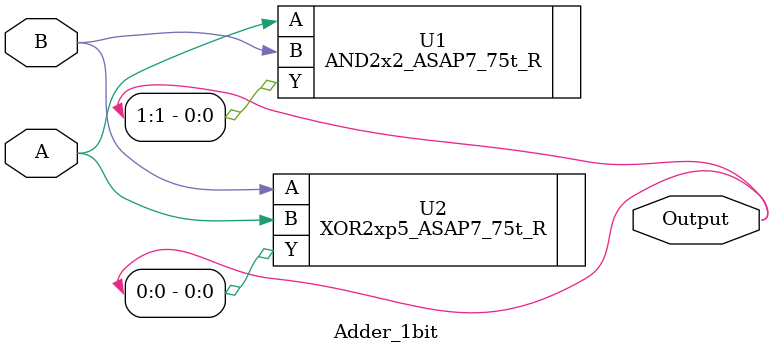
<source format=v>


module Adder_1bit ( A, B, Output );
  output [1:0] Output;
  input A, B;


  AND2x2_ASAP7_75t_R U1 ( .A(A), .B(B), .Y(Output[1]) );
  XOR2xp5_ASAP7_75t_R U2 ( .A(B), .B(A), .Y(Output[0]) );
endmodule


</source>
